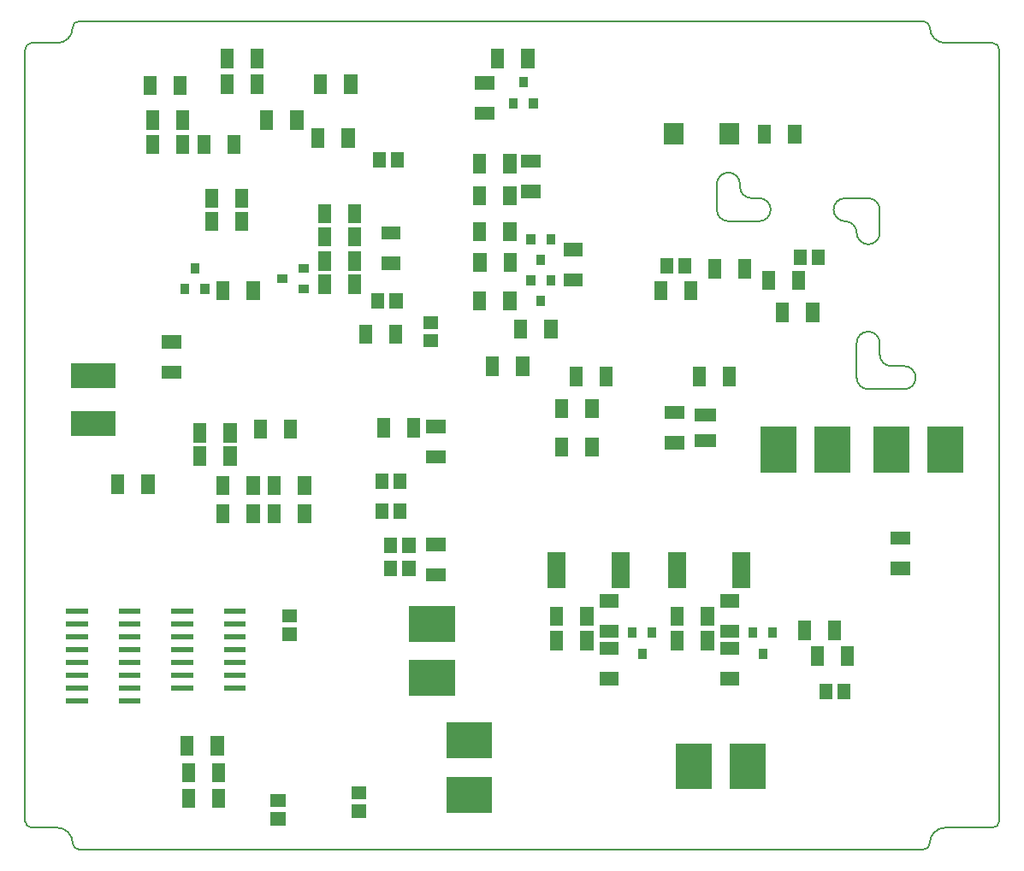
<source format=gbr>
G04 start of page 13 for group -4014 idx -4014 *
G04 Title: (unknown), bottompaste *
G04 Creator: pcb 20091103 *
G04 CreationDate: Sun Apr 13 13:29:21 2025 UTC *
G04 For: bh *
G04 Format: Gerber/RS-274X *
G04 PCB-Dimensions: 730000 950000 *
G04 PCB-Coordinate-Origin: lower left *
%MOIN*%
%FSLAX25Y25*%
%LNBOTTOMPASTE*%
%ADD30R,0.0200X0.0200*%
%ADD33R,0.0512X0.0512*%
%ADD34R,0.1400X0.1400*%
%ADD38R,0.0340X0.0340*%
%ADD39R,0.0970X0.0970*%
%ADD52C,0.0060*%
%ADD53R,0.0680X0.0680*%
%ADD54R,0.0780X0.0780*%
%ADD55R,0.0490X0.0490*%
G54D52*X194000Y92500D02*X523000D01*
X173000Y404500D02*Y103500D01*
X175500Y101000D02*X185500D01*
X175500Y407000D02*X185500D01*
X531500D02*X550000D01*
X552500Y404500D02*Y103500D01*
X531500Y101000D02*X550000D01*
X501500Y272000D02*X515500D01*
X194000Y415500D02*X523000D01*
X497000Y290000D02*Y276500D01*
X506000Y290000D02*Y285500D01*
X510500Y281000D02*X515500D01*
X442500Y352000D02*Y342000D01*
X456000Y346500D02*X459000D01*
X506000Y342000D02*Y333000D01*
X447000Y337500D02*X459000D01*
X492500Y346500D02*X501500D01*
X451500Y352000D02*Y351000D01*
X191500Y413000D02*G75*G02X194000Y415500I2500J0D01*G01*
X173000Y404500D02*G75*G02X175500Y407000I2500J0D01*G01*
X185500Y101000D02*G75*G02X191500Y95000I0J-6000D01*G01*
Y413000D02*G75*G02X185500Y407000I-6000J0D01*G01*
X175500Y101000D02*G75*G02X173000Y103500I0J2500D01*G01*
X194000Y92500D02*G75*G02X191500Y95000I0J2500D01*G01*
X552500Y103500D02*G75*G02X550000Y101000I-2500J0D01*G01*
X525500Y95000D02*G75*G02X523000Y92500I-2500J0D01*G01*
Y415500D02*G75*G02X525500Y413000I0J-2500D01*G01*
Y95000D02*G75*G02X531500Y101000I6000J0D01*G01*
Y407000D02*G75*G02X525500Y413000I0J6000D01*G01*
X550000Y407000D02*G75*G02X552500Y404500I0J-2500D01*G01*
X451500Y352000D02*G75*G03X447000Y356500I-4500J0D01*G01*
X442500Y342000D02*G75*G03X447000Y337500I4500J0D01*G01*
X459000D02*G75*G03X463500Y342000I0J4500D01*G01*
G75*G03X459000Y346500I-4500J0D01*G01*
X451500Y351000D02*G75*G03X456000Y346500I4500J0D01*G01*
X447000Y356500D02*G75*G03X442500Y352000I0J-4500D01*G01*
X497000Y276500D02*G75*G03X501500Y272000I4500J0D01*G01*
X506000Y290000D02*G75*G03X501500Y294500I-4500J0D01*G01*
G75*G03X497000Y290000I0J-4500D01*G01*
X506000Y285500D02*G75*G03X510500Y281000I4500J0D01*G01*
X515500Y272000D02*G75*G03X520000Y276500I0J4500D01*G01*
G75*G03X515500Y281000I-4500J0D01*G01*
X492500Y346500D02*G75*G03X488000Y342000I0J-4500D01*G01*
G75*G03X492500Y337500I4500J0D01*G01*
X506000Y342000D02*G75*G03X501500Y346500I-4500J0D01*G01*
X497000Y333000D02*G75*G03X501500Y328500I4500J0D01*G01*
G75*G03X506000Y333000I0J4500D01*G01*
X497000D02*G75*G03X492500Y337500I-4500J0D01*G01*
G54D33*X446319Y177595D02*X448681D01*
X446319Y189405D02*X448681D01*
X399319Y159095D02*X401681D01*
X399319Y170905D02*X401681D01*
X481595Y169181D02*Y166819D01*
X493405Y169181D02*Y166819D01*
X476595Y179181D02*Y176819D01*
X488405Y179181D02*Y176819D01*
G54D34*X510400Y250400D02*Y246600D01*
X531600Y250400D02*Y246600D01*
G54D33*X462595Y315681D02*Y313319D01*
X474405Y315681D02*Y313319D01*
X453405Y320181D02*Y317819D01*
X441595Y320181D02*Y317819D01*
X512819Y202095D02*X515181D01*
X512819Y213905D02*X515181D01*
X357095Y402181D02*Y399819D01*
X368905Y402181D02*Y399819D01*
X350819Y379595D02*X353181D01*
X350819Y391405D02*X353181D01*
G54D34*X433400Y126900D02*Y123100D01*
X454600Y126900D02*Y123100D01*
G54D38*X371000Y383800D02*Y383200D01*
X363200Y383800D02*Y383200D01*
X367100Y392000D02*Y391400D01*
G54D33*X385319Y314595D02*X387681D01*
X385319Y326405D02*X387681D01*
G54D38*X370000Y314800D02*Y314200D01*
X377800Y314800D02*Y314200D01*
X373900Y306600D02*Y306000D01*
G54D33*X432405Y311681D02*Y309319D01*
X420595Y311681D02*Y309319D01*
X299905Y392181D02*Y389819D01*
X288095Y392181D02*Y389819D01*
G54D38*X370000Y330800D02*Y330200D01*
X377800Y330800D02*Y330200D01*
X373900Y322600D02*Y322000D01*
G54D33*X350095Y361181D02*Y358819D01*
X361905Y361181D02*Y358819D01*
X368819Y349095D02*X371181D01*
X368819Y360905D02*X371181D01*
G54D53*X427000Y205000D02*Y198000D01*
X452000Y205000D02*Y198000D01*
X380000Y205000D02*Y198000D01*
X405000Y205000D02*Y198000D01*
G54D54*X425700Y371800D02*Y371200D01*
X447300Y371800D02*Y371200D01*
G54D33*X399319Y177595D02*X401681D01*
X399319Y189405D02*X401681D01*
X361905Y307681D02*Y305319D01*
X350095Y307681D02*Y305319D01*
G54D38*X456500Y177300D02*Y176700D01*
X464300Y177300D02*Y176700D01*
X460400Y169100D02*Y168500D01*
G54D33*X427095Y175181D02*Y172819D01*
X438905Y175181D02*Y172819D01*
X427095Y184681D02*Y182319D01*
X438905Y184681D02*Y182319D01*
X393905Y250681D02*Y248319D01*
X382095Y250681D02*Y248319D01*
X393905Y265681D02*Y263319D01*
X382095Y265681D02*Y263319D01*
X479905Y303181D02*Y300819D01*
X468095Y303181D02*Y300819D01*
G54D38*X409500Y177300D02*Y176700D01*
X417300Y177300D02*Y176700D01*
X413400Y169100D02*Y168500D01*
G54D33*X484957Y154393D02*Y153607D01*
X492043Y154393D02*Y153607D01*
X380095Y175181D02*Y172819D01*
X391905Y175181D02*Y172819D01*
X474957Y323893D02*Y323107D01*
X482043Y323893D02*Y323107D01*
X430043Y320393D02*Y319607D01*
X422957Y320393D02*Y319607D01*
G54D55*X436200Y252000D02*X439800D01*
X436200Y262000D02*X439800D01*
G54D33*X380095Y184681D02*Y182319D01*
X391905Y184681D02*Y182319D01*
X399405Y278181D02*Y275819D01*
X387595Y278181D02*Y275819D01*
X435595Y278181D02*Y275819D01*
X447405Y278181D02*Y275819D01*
X366095Y296681D02*Y294319D01*
X377905Y296681D02*Y294319D01*
X424819Y262905D02*X427181D01*
X424819Y251095D02*X427181D01*
X350202Y322638D02*Y320276D01*
X362012Y322638D02*Y320276D01*
X472905Y372681D02*Y370319D01*
X461095Y372681D02*Y370319D01*
X355095Y282181D02*Y279819D01*
X366905Y282181D02*Y279819D01*
X331819Y199595D02*X334181D01*
X331819Y211405D02*X334181D01*
X446319Y159095D02*X448681D01*
X446319Y170905D02*X448681D01*
G54D34*X329600Y180600D02*X333400D01*
X329600Y159400D02*X333400D01*
X344100Y113900D02*X347900D01*
X344100Y135100D02*X347900D01*
G54D33*X350095Y348681D02*Y346319D01*
X361905Y348681D02*Y346319D01*
X315457Y202393D02*Y201607D01*
X322543Y202393D02*Y201607D01*
X331819Y257405D02*X334181D01*
X331819Y245595D02*X334181D01*
X315457Y211393D02*Y210607D01*
X322543Y211393D02*Y210607D01*
G54D39*X195600Y258600D02*X203400D01*
X195600Y277400D02*X203400D01*
G54D33*X228819Y290405D02*X231181D01*
X228819Y278595D02*X231181D01*
X311957Y224893D02*Y224107D01*
X319043Y224893D02*Y224107D01*
X302607Y107457D02*X303393D01*
X302607Y114543D02*X303393D01*
X275607Y183543D02*X276393D01*
X275607Y176457D02*X276393D01*
X330607Y290957D02*X331393D01*
X330607Y298043D02*X331393D01*
X263405Y392181D02*Y389819D01*
X251595Y392181D02*Y389819D01*
Y402181D02*Y399819D01*
X263405Y402181D02*Y399819D01*
X318043Y361893D02*Y361107D01*
X310957Y361893D02*Y361107D01*
G54D34*X487600Y250400D02*Y246600D01*
X466400Y250400D02*Y246600D01*
G54D33*X221595Y391681D02*Y389319D01*
X233405Y391681D02*Y389319D01*
X287095Y371181D02*Y368819D01*
X298905Y371181D02*Y368819D01*
X278905Y378181D02*Y375819D01*
X267095Y378181D02*Y375819D01*
X242595Y368681D02*Y366319D01*
X254405Y368681D02*Y366319D01*
X222595Y368681D02*Y366319D01*
X234405Y368681D02*Y366319D01*
Y378181D02*Y375819D01*
X222595Y378181D02*Y375819D01*
X314319Y321095D02*X316681D01*
X314319Y332905D02*X316681D01*
X305595Y294681D02*Y292319D01*
X317405Y294681D02*Y292319D01*
X310457Y306893D02*Y306107D01*
X317543Y306893D02*Y306107D01*
X247905Y134181D02*Y131819D01*
X236095Y134181D02*Y131819D01*
G54D30*X251500Y185500D02*X258000D01*
X251500Y180500D02*X258000D01*
X251500Y175500D02*X258000D01*
X251500Y170500D02*X258000D01*
X251500Y165500D02*X258000D01*
X251500Y160500D02*X258000D01*
X251500Y155500D02*X258000D01*
X231000D02*X237500D01*
X231000Y160500D02*X237500D01*
X231000Y165500D02*X237500D01*
X231000Y170500D02*X237500D01*
X231000Y175500D02*X237500D01*
X231000Y180500D02*X237500D01*
X231000Y185500D02*X237500D01*
X210500D02*X217000D01*
X210500Y180500D02*X217000D01*
X210500Y175500D02*X217000D01*
X210500Y170500D02*X217000D01*
X210500Y165500D02*X217000D01*
X210500Y160500D02*X217000D01*
X210500Y155500D02*X217000D01*
X210500Y150500D02*X217000D01*
X190000D02*X196500D01*
X190000Y155500D02*X196500D01*
X190000Y160500D02*X196500D01*
X190000Y165500D02*X196500D01*
X190000Y170500D02*X196500D01*
X190000Y175500D02*X196500D01*
X190000Y180500D02*X196500D01*
X190000Y185500D02*X196500D01*
G54D33*X311957Y236393D02*Y235607D01*
X319043Y236393D02*Y235607D01*
X209095Y236181D02*Y233819D01*
X220905Y236181D02*Y233819D01*
X250095Y224681D02*Y222319D01*
X261905Y224681D02*Y222319D01*
X281905Y224681D02*Y222319D01*
X270095Y224681D02*Y222319D01*
Y235681D02*Y233319D01*
X281905Y235681D02*Y233319D01*
X312595Y258181D02*Y255819D01*
X324405Y258181D02*Y255819D01*
X264595Y257681D02*Y255319D01*
X276405Y257681D02*Y255319D01*
X241095Y256181D02*Y253819D01*
X252905Y256181D02*Y253819D01*
Y247181D02*Y244819D01*
X241095Y247181D02*Y244819D01*
X261905Y311681D02*Y309319D01*
X250095Y311681D02*Y309319D01*
G54D38*X281200Y319000D02*X281800D01*
X281200Y311200D02*X281800D01*
X273000Y315100D02*X273600D01*
G54D33*X261905Y235681D02*Y233319D01*
X250095Y235681D02*Y233319D01*
X361905Y334681D02*Y332319D01*
X350095Y334681D02*Y332319D01*
X271107Y111543D02*X271893D01*
X271107Y104457D02*X271893D01*
X257405Y347681D02*Y345319D01*
X245595Y347681D02*Y345319D01*
X289595Y341681D02*Y339319D01*
X301405Y341681D02*Y339319D01*
X236595Y113681D02*Y111319D01*
X248405Y113681D02*Y111319D01*
X289595Y332681D02*Y330319D01*
X301405Y332681D02*Y330319D01*
X245595Y338681D02*Y336319D01*
X257405Y338681D02*Y336319D01*
X301405Y323181D02*Y320819D01*
X289595Y323181D02*Y320819D01*
X301405Y314181D02*Y311819D01*
X289595Y314181D02*Y311819D01*
G54D38*X243000Y311300D02*Y310700D01*
X235200Y311300D02*Y310700D01*
X239100Y319500D02*Y318900D01*
G54D33*X236595Y123681D02*Y121319D01*
X248405Y123681D02*Y121319D01*
M02*

</source>
